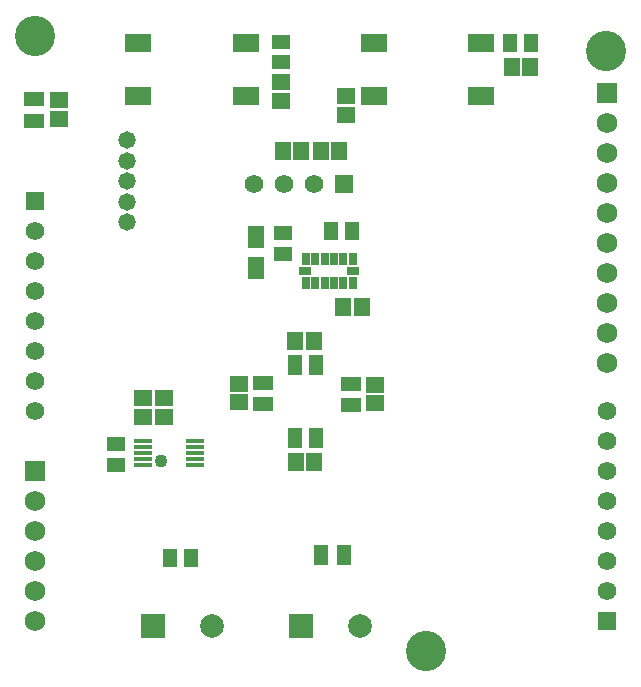
<source format=gts>
G04*
G04 #@! TF.GenerationSoftware,Altium Limited,Altium Designer,19.0.15 (446)*
G04*
G04 Layer_Color=8388736*
%FSLAX23Y23*%
%MOIN*%
G70*
G01*
G75*
%ADD27R,0.091X0.063*%
%ADD28R,0.061X0.057*%
%ADD29R,0.063X0.051*%
%ADD30R,0.057X0.061*%
%ADD31R,0.051X0.063*%
G04:AMPARAMS|DCode=32|XSize=75mil|YSize=56mil|CornerRadius=10mil|HoleSize=0mil|Usage=FLASHONLY|Rotation=90.000|XOffset=0mil|YOffset=0mil|HoleType=Round|Shape=RoundedRectangle|*
%AMROUNDEDRECTD32*
21,1,0.075,0.036,0,0,90.0*
21,1,0.055,0.056,0,0,90.0*
1,1,0.020,0.018,0.028*
1,1,0.020,0.018,-0.028*
1,1,0.020,-0.018,-0.028*
1,1,0.020,-0.018,0.028*
%
%ADD32ROUNDEDRECTD32*%
%ADD33R,0.040X0.028*%
%ADD34R,0.028X0.040*%
%ADD35R,0.065X0.051*%
%ADD36R,0.063X0.016*%
%ADD37R,0.051X0.066*%
%ADD38R,0.051X0.065*%
%ADD39R,0.062X0.062*%
%ADD40C,0.062*%
%ADD41C,0.079*%
%ADD42R,0.079X0.079*%
%ADD43R,0.068X0.068*%
%ADD44C,0.068*%
%ADD45R,0.062X0.062*%
%ADD46C,0.134*%
%ADD47C,0.058*%
%ADD48C,0.043*%
D27*
X-1303Y169D02*
D03*
Y-8D02*
D03*
X-1661D02*
D03*
Y169D02*
D03*
X-876Y-8D02*
D03*
Y169D02*
D03*
X-518D02*
D03*
Y-8D02*
D03*
D28*
X-969Y-8D02*
D03*
Y-69D02*
D03*
X-1184Y39D02*
D03*
Y-22D02*
D03*
X-1925Y-21D02*
D03*
Y-82D02*
D03*
X-1324Y-966D02*
D03*
Y-1027D02*
D03*
X-872Y-969D02*
D03*
Y-1031D02*
D03*
X-1644Y-1075D02*
D03*
Y-1014D02*
D03*
X-1576Y-1075D02*
D03*
Y-1014D02*
D03*
D29*
X-1184Y175D02*
D03*
Y106D02*
D03*
X-1177Y-533D02*
D03*
Y-464D02*
D03*
X-1736Y-1236D02*
D03*
Y-1167D02*
D03*
D30*
X-416Y91D02*
D03*
X-355D02*
D03*
X-1119Y-190D02*
D03*
X-1180D02*
D03*
X-991D02*
D03*
X-1052D02*
D03*
X-916Y-709D02*
D03*
X-977D02*
D03*
X-1137Y-824D02*
D03*
X-1076D02*
D03*
X-1136Y-1226D02*
D03*
X-1075D02*
D03*
D31*
X-353Y171D02*
D03*
X-422D02*
D03*
X-949Y-457D02*
D03*
X-1018D02*
D03*
X-1554Y-1545D02*
D03*
X-1485D02*
D03*
D32*
X-1268Y-581D02*
D03*
Y-475D02*
D03*
D33*
X-1104Y-589D02*
D03*
X-945D02*
D03*
D34*
X-1103Y-629D02*
D03*
X-1072D02*
D03*
X-1040D02*
D03*
X-1009D02*
D03*
X-977D02*
D03*
X-946D02*
D03*
X-1103Y-549D02*
D03*
X-1072D02*
D03*
X-1040D02*
D03*
X-1009D02*
D03*
X-977D02*
D03*
X-946D02*
D03*
D35*
X-952Y-966D02*
D03*
Y-1037D02*
D03*
X-2009Y-89D02*
D03*
Y-18D02*
D03*
X-1244Y-1033D02*
D03*
Y-963D02*
D03*
D36*
X-1644Y-1236D02*
D03*
Y-1217D02*
D03*
Y-1197D02*
D03*
Y-1177D02*
D03*
Y-1157D02*
D03*
X-1472D02*
D03*
Y-1177D02*
D03*
Y-1197D02*
D03*
Y-1217D02*
D03*
Y-1236D02*
D03*
D37*
X-1051Y-1536D02*
D03*
X-975D02*
D03*
D38*
X-1069Y-1147D02*
D03*
X-1140D02*
D03*
X-1069Y-904D02*
D03*
X-1140D02*
D03*
D39*
X-976Y-300D02*
D03*
D40*
X-1076D02*
D03*
X-1176D02*
D03*
X-1276D02*
D03*
X-2006Y-457D02*
D03*
Y-557D02*
D03*
Y-657D02*
D03*
Y-757D02*
D03*
Y-857D02*
D03*
Y-957D02*
D03*
Y-1057D02*
D03*
X-100Y-1656D02*
D03*
Y-1556D02*
D03*
Y-1456D02*
D03*
Y-1356D02*
D03*
Y-1256D02*
D03*
Y-1156D02*
D03*
Y-1056D02*
D03*
D41*
X-923Y-1772D02*
D03*
X-1416D02*
D03*
D42*
X-1120D02*
D03*
X-1612D02*
D03*
D43*
X-100Y3D02*
D03*
X-2006Y-1256D02*
D03*
D44*
X-100Y-97D02*
D03*
Y-297D02*
D03*
Y-397D02*
D03*
Y-497D02*
D03*
Y-597D02*
D03*
Y-697D02*
D03*
Y-797D02*
D03*
Y-897D02*
D03*
Y-197D02*
D03*
X-2006Y-1756D02*
D03*
Y-1656D02*
D03*
Y-1556D02*
D03*
Y-1456D02*
D03*
Y-1356D02*
D03*
D45*
Y-357D02*
D03*
X-100Y-1756D02*
D03*
D46*
X-103Y143D02*
D03*
X-703Y-1855D02*
D03*
X-2004Y193D02*
D03*
D47*
X-1700Y-427D02*
D03*
Y-359D02*
D03*
Y-290D02*
D03*
Y-222D02*
D03*
Y-154D02*
D03*
D48*
X-1584Y-1223D02*
D03*
M02*

</source>
